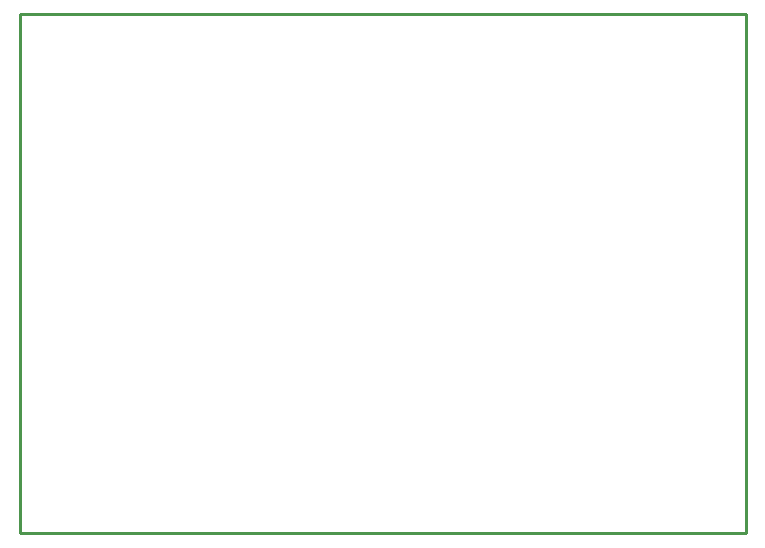
<source format=gko>
G04*
G04 #@! TF.GenerationSoftware,Altium Limited,Altium Designer,20.2.4 (192)*
G04*
G04 Layer_Color=16711935*
%FSLAX25Y25*%
%MOIN*%
G70*
G04*
G04 #@! TF.SameCoordinates,55D3972F-6CA8-4F6D-9BD0-9A26AD12B5B1*
G04*
G04*
G04 #@! TF.FilePolarity,Positive*
G04*
G01*
G75*
%ADD12C,0.01000*%
D12*
X305000Y242000D02*
Y415000D01*
Y242000D02*
X547000D01*
Y415000D01*
X305000D02*
X547000D01*
M02*

</source>
